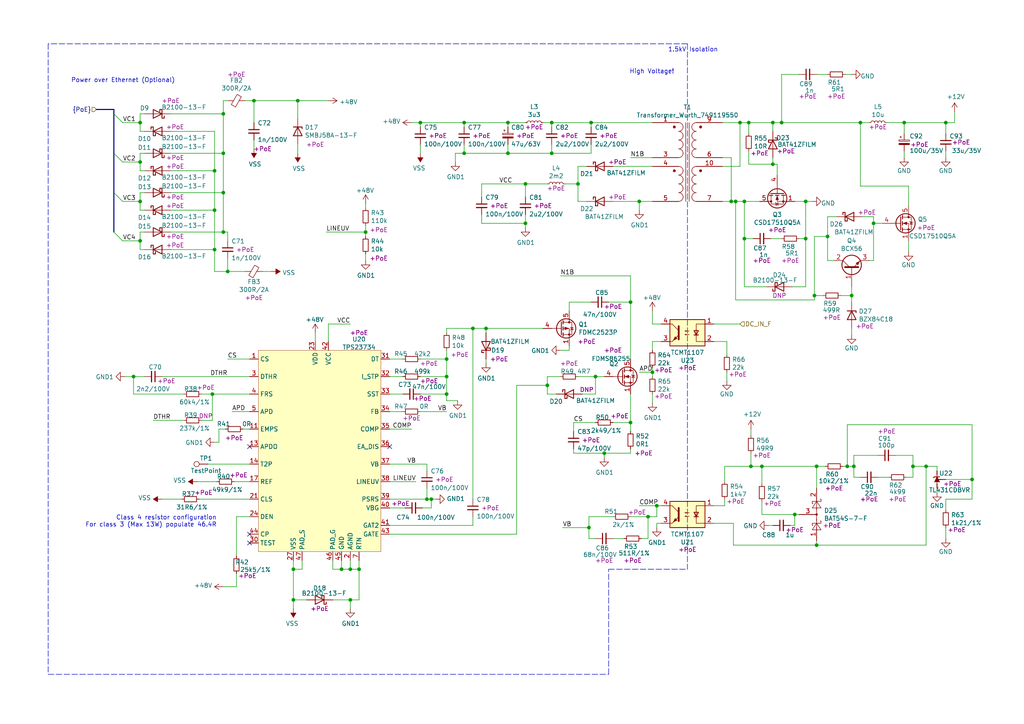
<source format=kicad_sch>
(kicad_sch (version 20210126) (generator eeschema)
  (paper "A4")
  (title_block (title "Power over Ethernet") (date "2021-01-12") (rev "0.1") (company "Nabu Casa") (comment 1 "www.nabucasa.com") (comment 2 "Light Blue"))
  (junction (at 38.735 109.22) (diameter 0.9144))
  (junction (at 40.64 35.56) (diameter 0.9144))
  (junction (at 40.64 46.99) (diameter 0.9144))
  (junction (at 40.64 58.42) (diameter 0.9144))
  (junction (at 40.64 69.85) (diameter 0.9144))
  (junction (at 61.595 114.3) (diameter 0.9144))
  (junction (at 62.23 49.53) (diameter 0.9144))
  (junction (at 62.23 60.96) (diameter 0.9144))
  (junction (at 62.23 72.39) (diameter 0.9144))
  (junction (at 64.77 33.02) (diameter 0.9144))
  (junction (at 64.77 44.45) (diameter 0.9144))
  (junction (at 64.77 55.88) (diameter 0.9144))
  (junction (at 64.77 67.31) (diameter 0.9144))
  (junction (at 66.04 78.74) (diameter 0.9144))
  (junction (at 73.66 29.21) (diameter 0.9144))
  (junction (at 85.09 165.1) (diameter 0.9144))
  (junction (at 85.09 173.99) (diameter 0.9144))
  (junction (at 86.36 29.21) (diameter 0.9144))
  (junction (at 99.06 165.1) (diameter 0.9144))
  (junction (at 101.6 165.1) (diameter 0.9144))
  (junction (at 101.6 173.99) (diameter 0.9144))
  (junction (at 104.14 165.1) (diameter 0.9144))
  (junction (at 106.045 67.31) (diameter 0.9144))
  (junction (at 121.92 35.56) (diameter 0.9144))
  (junction (at 123.825 144.78) (diameter 0.9144))
  (junction (at 125.095 144.78) (diameter 0.9144))
  (junction (at 129.54 104.14) (diameter 0.9144))
  (junction (at 129.54 109.22) (diameter 0.9144))
  (junction (at 129.54 114.3) (diameter 0.9144))
  (junction (at 134.62 35.56) (diameter 0.9144))
  (junction (at 134.62 44.45) (diameter 0.9144))
  (junction (at 137.16 95.25) (diameter 0.9144))
  (junction (at 140.97 95.25) (diameter 0.9144))
  (junction (at 147.32 35.56) (diameter 0.9144))
  (junction (at 147.32 44.45) (diameter 0.9144))
  (junction (at 152.4 53.34) (diameter 0.9144))
  (junction (at 152.4 64.77) (diameter 0.9144))
  (junction (at 158.75 111.76) (diameter 0.9144))
  (junction (at 160.02 35.56) (diameter 0.9144))
  (junction (at 160.02 44.45) (diameter 0.9144))
  (junction (at 167.64 53.34) (diameter 0.9144))
  (junction (at 170.815 153.035) (diameter 0.9144))
  (junction (at 171.45 35.56) (diameter 0.9144))
  (junction (at 172.72 109.22) (diameter 0.9144))
  (junction (at 175.26 131.445) (diameter 0.9144))
  (junction (at 182.88 87.63) (diameter 0.9144))
  (junction (at 182.88 122.555) (diameter 0.9144))
  (junction (at 185.42 58.42) (diameter 0.9144))
  (junction (at 187.96 149.86) (diameter 0.9144))
  (junction (at 189.23 107.95) (diameter 0.9144))
  (junction (at 190.5 146.685) (diameter 0.9144))
  (junction (at 212.09 58.42) (diameter 0.9144))
  (junction (at 213.36 58.42) (diameter 0.9144))
  (junction (at 214.63 35.56) (diameter 0.9144))
  (junction (at 215.9 58.42) (diameter 0.9144))
  (junction (at 215.9 69.215) (diameter 0.9144))
  (junction (at 217.17 35.56) (diameter 0.9144))
  (junction (at 217.805 135.255) (diameter 0.9144))
  (junction (at 220.98 135.255) (diameter 0.9144))
  (junction (at 224.155 35.56) (diameter 0.9144))
  (junction (at 224.155 47.625) (diameter 0.9144))
  (junction (at 226.695 35.56) (diameter 0.9144))
  (junction (at 230.505 149.225) (diameter 0.9144))
  (junction (at 233.68 58.42) (diameter 0.9144))
  (junction (at 233.68 69.215) (diameter 0.9144))
  (junction (at 236.22 85.725) (diameter 0.9144))
  (junction (at 236.855 135.255) (diameter 0.9144))
  (junction (at 236.855 158.115) (diameter 0.9144))
  (junction (at 240.03 68.58) (diameter 0.9144))
  (junction (at 245.745 135.255) (diameter 0.9144))
  (junction (at 247.015 85.725) (diameter 0.9144))
  (junction (at 247.65 135.255) (diameter 0.9144))
  (junction (at 249.555 35.56) (diameter 0.9144))
  (junction (at 253.365 64.77) (diameter 0.9144))
  (junction (at 262.255 35.56) (diameter 0.9144))
  (junction (at 264.795 135.255) (diameter 0.9144))
  (junction (at 268.605 135.255) (diameter 0.9144))
  (junction (at 274.32 35.56) (diameter 0.9144))
  (junction (at 281.94 139.065) (diameter 0.9144))
  (no_connect (at 72.39 129.54))
  (no_connect (at 72.39 154.94))
  (no_connect (at 72.39 157.48))
  (no_connect (at 113.03 129.54))
  (bus_entry (at 33.02 33.02) (size 2.54 2.54) (stroke (width 0.1524)))
  (bus_entry (at 33.02 44.45) (size 2.54 2.54) (stroke (width 0.1524)))
  (bus_entry (at 33.02 55.88) (size 2.54 2.54) (stroke (width 0.1524)))
  (bus_entry (at 33.02 67.31) (size 2.54 2.54) (stroke (width 0.1524)))
  (wire (pts (xy 35.56 35.56) (xy 40.64 35.56)))
  (wire (pts (xy 35.56 46.99) (xy 40.64 46.99)))
  (wire (pts (xy 35.56 58.42) (xy 40.64 58.42)))
  (wire (pts (xy 35.56 69.85) (xy 40.64 69.85)))
  (wire (pts (xy 36.195 109.22) (xy 38.735 109.22)))
  (wire (pts (xy 38.735 109.22) (xy 41.91 109.22)))
  (wire (pts (xy 38.735 114.3) (xy 38.735 109.22)))
  (wire (pts (xy 40.64 33.02) (xy 40.64 35.56)))
  (wire (pts (xy 40.64 38.1) (xy 40.64 35.56)))
  (wire (pts (xy 40.64 44.45) (xy 40.64 46.99)))
  (wire (pts (xy 40.64 49.53) (xy 40.64 46.99)))
  (wire (pts (xy 40.64 55.88) (xy 40.64 58.42)))
  (wire (pts (xy 40.64 60.96) (xy 40.64 58.42)))
  (wire (pts (xy 40.64 67.31) (xy 40.64 69.85)))
  (wire (pts (xy 40.64 72.39) (xy 40.64 69.85)))
  (wire (pts (xy 41.91 33.02) (xy 40.64 33.02)))
  (wire (pts (xy 41.91 38.1) (xy 40.64 38.1)))
  (wire (pts (xy 41.91 44.45) (xy 40.64 44.45)))
  (wire (pts (xy 41.91 49.53) (xy 40.64 49.53)))
  (wire (pts (xy 41.91 55.88) (xy 40.64 55.88)))
  (wire (pts (xy 41.91 60.96) (xy 40.64 60.96)))
  (wire (pts (xy 41.91 67.31) (xy 40.64 67.31)))
  (wire (pts (xy 41.91 72.39) (xy 40.64 72.39)))
  (wire (pts (xy 44.45 121.92) (xy 53.34 121.92)))
  (wire (pts (xy 46.99 109.22) (xy 72.39 109.22)))
  (wire (pts (xy 46.99 144.78) (xy 52.705 144.78)))
  (wire (pts (xy 49.53 33.02) (xy 64.77 33.02)))
  (wire (pts (xy 49.53 38.1) (xy 62.23 38.1)))
  (wire (pts (xy 49.53 44.45) (xy 64.77 44.45)))
  (wire (pts (xy 49.53 49.53) (xy 62.23 49.53)))
  (wire (pts (xy 49.53 55.88) (xy 64.77 55.88)))
  (wire (pts (xy 49.53 60.96) (xy 62.23 60.96)))
  (wire (pts (xy 49.53 67.31) (xy 64.77 67.31)))
  (wire (pts (xy 49.53 72.39) (xy 62.23 72.39)))
  (wire (pts (xy 53.34 114.3) (xy 38.735 114.3)))
  (wire (pts (xy 57.15 139.7) (xy 62.865 139.7)))
  (wire (pts (xy 57.785 144.78) (xy 72.39 144.78)))
  (wire (pts (xy 58.42 114.3) (xy 61.595 114.3)))
  (wire (pts (xy 58.42 121.92) (xy 61.595 121.92)))
  (wire (pts (xy 60.325 134.62) (xy 72.39 134.62)))
  (wire (pts (xy 61.595 114.3) (xy 72.39 114.3)))
  (wire (pts (xy 61.595 121.92) (xy 61.595 114.3)))
  (wire (pts (xy 62.23 38.1) (xy 62.23 49.53)))
  (wire (pts (xy 62.23 49.53) (xy 62.23 60.96)))
  (wire (pts (xy 62.23 60.96) (xy 62.23 72.39)))
  (wire (pts (xy 62.23 72.39) (xy 62.23 78.74)))
  (wire (pts (xy 62.23 78.74) (xy 66.04 78.74)))
  (wire (pts (xy 63.5 124.46) (xy 63.5 128.27)))
  (wire (pts (xy 63.5 124.46) (xy 65.405 124.46)))
  (wire (pts (xy 63.5 128.27) (xy 62.23 128.27)))
  (wire (pts (xy 64.77 29.21) (xy 64.77 33.02)))
  (wire (pts (xy 64.77 29.21) (xy 66.04 29.21)))
  (wire (pts (xy 64.77 33.02) (xy 64.77 44.45)))
  (wire (pts (xy 64.77 44.45) (xy 64.77 55.88)))
  (wire (pts (xy 64.77 55.88) (xy 64.77 67.31)))
  (wire (pts (xy 64.77 67.31) (xy 66.04 67.31)))
  (wire (pts (xy 66.04 67.31) (xy 66.04 69.85)))
  (wire (pts (xy 66.04 74.93) (xy 66.04 78.74)))
  (wire (pts (xy 66.04 78.74) (xy 71.12 78.74)))
  (wire (pts (xy 66.04 104.14) (xy 72.39 104.14)))
  (wire (pts (xy 67.31 119.38) (xy 72.39 119.38)))
  (wire (pts (xy 67.945 139.7) (xy 72.39 139.7)))
  (wire (pts (xy 68.58 149.86) (xy 68.58 161.29)))
  (wire (pts (xy 68.58 166.37) (xy 68.58 170.18)))
  (wire (pts (xy 68.58 170.18) (xy 64.77 170.18)))
  (wire (pts (xy 70.485 124.46) (xy 72.39 124.46)))
  (wire (pts (xy 71.12 29.21) (xy 73.66 29.21)))
  (wire (pts (xy 72.39 149.86) (xy 68.58 149.86)))
  (wire (pts (xy 73.66 29.21) (xy 73.66 35.56)))
  (wire (pts (xy 73.66 29.21) (xy 86.36 29.21)))
  (wire (pts (xy 73.66 40.64) (xy 73.66 43.18)))
  (wire (pts (xy 76.2 78.74) (xy 78.74 78.74)))
  (wire (pts (xy 85.09 165.1) (xy 85.09 162.56)))
  (wire (pts (xy 85.09 165.1) (xy 85.09 173.99)))
  (wire (pts (xy 85.09 173.99) (xy 85.09 176.53)))
  (wire (pts (xy 85.09 173.99) (xy 88.9 173.99)))
  (wire (pts (xy 86.36 29.21) (xy 95.25 29.21)))
  (wire (pts (xy 86.36 34.29) (xy 86.36 29.21)))
  (wire (pts (xy 86.36 41.91) (xy 86.36 44.45)))
  (wire (pts (xy 87.63 162.56) (xy 87.63 165.1)))
  (wire (pts (xy 87.63 165.1) (xy 85.09 165.1)))
  (wire (pts (xy 91.44 96.52) (xy 91.44 99.06)))
  (wire (pts (xy 94.615 67.31) (xy 106.045 67.31)))
  (wire (pts (xy 95.25 93.98) (xy 101.6 93.98)))
  (wire (pts (xy 95.25 99.06) (xy 95.25 93.98)))
  (wire (pts (xy 96.52 162.56) (xy 96.52 165.1)))
  (wire (pts (xy 96.52 165.1) (xy 99.06 165.1)))
  (wire (pts (xy 96.52 173.99) (xy 101.6 173.99)))
  (wire (pts (xy 99.06 162.56) (xy 99.06 165.1)))
  (wire (pts (xy 99.06 165.1) (xy 101.6 165.1)))
  (wire (pts (xy 101.6 162.56) (xy 101.6 165.1)))
  (wire (pts (xy 101.6 165.1) (xy 104.14 165.1)))
  (wire (pts (xy 101.6 173.99) (xy 101.6 176.53)))
  (wire (pts (xy 104.14 165.1) (xy 104.14 162.56)))
  (wire (pts (xy 104.14 165.1) (xy 104.14 173.99)))
  (wire (pts (xy 104.14 173.99) (xy 101.6 173.99)))
  (wire (pts (xy 106.045 59.055) (xy 106.045 60.325)))
  (wire (pts (xy 106.045 65.405) (xy 106.045 67.31)))
  (wire (pts (xy 106.045 67.31) (xy 106.045 68.58)))
  (wire (pts (xy 106.045 73.66) (xy 106.045 75.565)))
  (wire (pts (xy 113.03 104.14) (xy 116.84 104.14)))
  (wire (pts (xy 113.03 109.22) (xy 116.84 109.22)))
  (wire (pts (xy 113.03 114.3) (xy 116.84 114.3)))
  (wire (pts (xy 113.03 119.38) (xy 116.84 119.38)))
  (wire (pts (xy 113.03 124.46) (xy 119.38 124.46)))
  (wire (pts (xy 113.03 134.62) (xy 123.825 134.62)))
  (wire (pts (xy 113.03 139.7) (xy 120.65 139.7)))
  (wire (pts (xy 113.03 144.78) (xy 123.825 144.78)))
  (wire (pts (xy 113.03 147.32) (xy 117.475 147.32)))
  (wire (pts (xy 113.03 152.4) (xy 137.16 152.4)))
  (wire (pts (xy 113.03 154.94) (xy 149.86 154.94)))
  (wire (pts (xy 119.38 35.56) (xy 121.92 35.56)))
  (wire (pts (xy 121.92 35.56) (xy 121.92 36.83)))
  (wire (pts (xy 121.92 35.56) (xy 134.62 35.56)))
  (wire (pts (xy 121.92 41.91) (xy 121.92 44.45)))
  (wire (pts (xy 121.92 104.14) (xy 129.54 104.14)))
  (wire (pts (xy 121.92 109.22) (xy 129.54 109.22)))
  (wire (pts (xy 121.92 114.3) (xy 129.54 114.3)))
  (wire (pts (xy 121.92 119.38) (xy 129.54 119.38)))
  (wire (pts (xy 122.555 147.32) (xy 125.095 147.32)))
  (wire (pts (xy 123.825 134.62) (xy 123.825 136.525)))
  (wire (pts (xy 123.825 141.605) (xy 123.825 144.78)))
  (wire (pts (xy 123.825 144.78) (xy 125.095 144.78)))
  (wire (pts (xy 125.095 144.78) (xy 126.365 144.78)))
  (wire (pts (xy 125.095 147.32) (xy 125.095 144.78)))
  (wire (pts (xy 129.54 95.25) (xy 129.54 96.52)))
  (wire (pts (xy 129.54 101.6) (xy 129.54 104.14)))
  (wire (pts (xy 129.54 104.14) (xy 129.54 109.22)))
  (wire (pts (xy 129.54 109.22) (xy 129.54 114.3)))
  (wire (pts (xy 129.54 116.205) (xy 129.54 114.3)))
  (wire (pts (xy 132.08 44.45) (xy 132.08 46.99)))
  (wire (pts (xy 132.715 116.205) (xy 129.54 116.205)))
  (wire (pts (xy 134.62 35.56) (xy 134.62 36.83)))
  (wire (pts (xy 134.62 35.56) (xy 147.32 35.56)))
  (wire (pts (xy 134.62 41.91) (xy 134.62 44.45)))
  (wire (pts (xy 134.62 44.45) (xy 132.08 44.45)))
  (wire (pts (xy 134.62 44.45) (xy 147.32 44.45)))
  (wire (pts (xy 137.16 95.25) (xy 129.54 95.25)))
  (wire (pts (xy 137.16 95.25) (xy 137.16 144.78)))
  (wire (pts (xy 137.16 152.4) (xy 137.16 149.86)))
  (wire (pts (xy 139.7 53.34) (xy 139.7 57.15)))
  (wire (pts (xy 139.7 53.34) (xy 152.4 53.34)))
  (wire (pts (xy 139.7 62.23) (xy 139.7 64.77)))
  (wire (pts (xy 139.7 64.77) (xy 152.4 64.77)))
  (wire (pts (xy 140.97 95.25) (xy 137.16 95.25)))
  (wire (pts (xy 140.97 95.25) (xy 140.97 96.52)))
  (wire (pts (xy 140.97 104.14) (xy 140.97 105.41)))
  (wire (pts (xy 147.32 35.56) (xy 147.32 36.83)))
  (wire (pts (xy 147.32 35.56) (xy 152.4 35.56)))
  (wire (pts (xy 147.32 41.91) (xy 147.32 44.45)))
  (wire (pts (xy 147.32 44.45) (xy 160.02 44.45)))
  (wire (pts (xy 149.86 111.76) (xy 158.75 111.76)))
  (wire (pts (xy 149.86 154.94) (xy 149.86 111.76)))
  (wire (pts (xy 152.4 53.34) (xy 152.4 57.15)))
  (wire (pts (xy 152.4 62.23) (xy 152.4 64.77)))
  (wire (pts (xy 152.4 64.77) (xy 152.4 66.04)))
  (wire (pts (xy 157.48 35.56) (xy 160.02 35.56)))
  (wire (pts (xy 157.48 95.25) (xy 140.97 95.25)))
  (wire (pts (xy 158.75 53.34) (xy 152.4 53.34)))
  (wire (pts (xy 158.75 109.22) (xy 162.56 109.22)))
  (wire (pts (xy 158.75 111.76) (xy 158.75 109.22)))
  (wire (pts (xy 158.75 114.3) (xy 158.75 111.76)))
  (wire (pts (xy 160.02 35.56) (xy 160.02 36.83)))
  (wire (pts (xy 160.02 35.56) (xy 171.45 35.56)))
  (wire (pts (xy 160.02 41.91) (xy 160.02 44.45)))
  (wire (pts (xy 160.02 44.45) (xy 171.45 44.45)))
  (wire (pts (xy 161.29 114.3) (xy 158.75 114.3)))
  (wire (pts (xy 162.56 80.01) (xy 182.88 80.01)))
  (wire (pts (xy 163.195 153.035) (xy 170.815 153.035)))
  (wire (pts (xy 163.83 53.34) (xy 167.64 53.34)))
  (wire (pts (xy 165.1 87.63) (xy 165.1 90.17)))
  (wire (pts (xy 165.1 100.33) (xy 165.1 101.6)))
  (wire (pts (xy 165.1 101.6) (xy 162.56 101.6)))
  (wire (pts (xy 166.37 122.555) (xy 166.37 125.095)))
  (wire (pts (xy 166.37 131.445) (xy 166.37 130.175)))
  (wire (pts (xy 167.64 48.26) (xy 167.64 53.34)))
  (wire (pts (xy 167.64 53.34) (xy 167.64 58.42)))
  (wire (pts (xy 167.64 58.42) (xy 170.18 58.42)))
  (wire (pts (xy 168.91 114.3) (xy 172.72 114.3)))
  (wire (pts (xy 170.18 48.26) (xy 167.64 48.26)))
  (wire (pts (xy 170.815 149.86) (xy 170.815 153.035)))
  (wire (pts (xy 170.815 156.21) (xy 170.815 153.035)))
  (wire (pts (xy 171.45 35.56) (xy 171.45 36.83)))
  (wire (pts (xy 171.45 35.56) (xy 189.23 35.56)))
  (wire (pts (xy 171.45 41.91) (xy 171.45 44.45)))
  (wire (pts (xy 171.45 87.63) (xy 165.1 87.63)))
  (wire (pts (xy 172.72 109.22) (xy 167.64 109.22)))
  (wire (pts (xy 172.72 109.22) (xy 175.26 109.22)))
  (wire (pts (xy 172.72 114.3) (xy 172.72 109.22)))
  (wire (pts (xy 172.72 122.555) (xy 166.37 122.555)))
  (wire (pts (xy 172.72 156.21) (xy 170.815 156.21)))
  (wire (pts (xy 175.26 131.445) (xy 166.37 131.445)))
  (wire (pts (xy 175.26 131.445) (xy 175.26 132.715)))
  (wire (pts (xy 176.53 87.63) (xy 182.88 87.63)))
  (wire (pts (xy 177.8 48.26) (xy 189.23 48.26)))
  (wire (pts (xy 177.8 58.42) (xy 185.42 58.42)))
  (wire (pts (xy 177.8 122.555) (xy 182.88 122.555)))
  (wire (pts (xy 177.8 149.86) (xy 170.815 149.86)))
  (wire (pts (xy 177.8 156.21) (xy 180.975 156.21)))
  (wire (pts (xy 182.88 45.72) (xy 189.23 45.72)))
  (wire (pts (xy 182.88 87.63) (xy 182.88 80.01)))
  (wire (pts (xy 182.88 104.14) (xy 182.88 87.63)))
  (wire (pts (xy 182.88 114.3) (xy 182.88 122.555)))
  (wire (pts (xy 182.88 122.555) (xy 182.88 125.095)))
  (wire (pts (xy 182.88 130.175) (xy 182.88 131.445)))
  (wire (pts (xy 182.88 131.445) (xy 175.26 131.445)))
  (wire (pts (xy 182.88 149.86) (xy 187.96 149.86)))
  (wire (pts (xy 185.42 58.42) (xy 185.42 60.96)))
  (wire (pts (xy 185.42 58.42) (xy 189.23 58.42)))
  (wire (pts (xy 185.42 107.95) (xy 189.23 107.95)))
  (wire (pts (xy 186.055 156.21) (xy 187.96 156.21)))
  (wire (pts (xy 187.96 149.86) (xy 190.5 149.86)))
  (wire (pts (xy 187.96 156.21) (xy 187.96 149.86)))
  (wire (pts (xy 189.23 93.98) (xy 189.23 90.17)))
  (wire (pts (xy 189.23 99.06) (xy 189.23 101.6)))
  (wire (pts (xy 189.23 106.68) (xy 189.23 107.95)))
  (wire (pts (xy 189.23 107.95) (xy 189.23 109.22)))
  (wire (pts (xy 189.23 114.3) (xy 189.23 116.84)))
  (wire (pts (xy 190.5 146.685) (xy 185.42 146.685)))
  (wire (pts (xy 190.5 149.86) (xy 190.5 146.685)))
  (wire (pts (xy 190.5 151.765) (xy 190.5 153.035)))
  (wire (pts (xy 191.77 93.98) (xy 189.23 93.98)))
  (wire (pts (xy 191.77 99.06) (xy 189.23 99.06)))
  (wire (pts (xy 191.77 146.685) (xy 190.5 146.685)))
  (wire (pts (xy 191.77 151.765) (xy 190.5 151.765)))
  (wire (pts (xy 207.01 93.98) (xy 214.63 93.98)))
  (wire (pts (xy 207.01 99.06) (xy 210.82 99.06)))
  (wire (pts (xy 207.01 146.685) (xy 210.185 146.685)))
  (wire (pts (xy 209.55 35.56) (xy 214.63 35.56)))
  (wire (pts (xy 209.55 45.72) (xy 212.09 45.72)))
  (wire (pts (xy 210.185 135.255) (xy 217.805 135.255)))
  (wire (pts (xy 210.185 139.7) (xy 210.185 135.255)))
  (wire (pts (xy 210.185 146.685) (xy 210.185 144.78)))
  (wire (pts (xy 210.82 99.06) (xy 210.82 102.87)))
  (wire (pts (xy 210.82 107.95) (xy 210.82 110.49)))
  (wire (pts (xy 212.09 45.72) (xy 212.09 58.42)))
  (wire (pts (xy 212.09 58.42) (xy 209.55 58.42)))
  (wire (pts (xy 212.09 58.42) (xy 213.36 58.42)))
  (wire (pts (xy 212.725 151.765) (xy 207.01 151.765)))
  (wire (pts (xy 212.725 151.765) (xy 212.725 158.115)))
  (wire (pts (xy 212.725 158.115) (xy 236.855 158.115)))
  (wire (pts (xy 213.36 58.42) (xy 213.36 86.995)))
  (wire (pts (xy 213.36 58.42) (xy 215.9 58.42)))
  (wire (pts (xy 213.36 86.995) (xy 236.22 86.995)))
  (wire (pts (xy 214.63 35.56) (xy 214.63 48.26)))
  (wire (pts (xy 214.63 35.56) (xy 217.17 35.56)))
  (wire (pts (xy 214.63 48.26) (xy 209.55 48.26)))
  (wire (pts (xy 215.9 58.42) (xy 220.345 58.42)))
  (wire (pts (xy 215.9 69.215) (xy 215.9 58.42)))
  (wire (pts (xy 215.9 69.215) (xy 218.44 69.215)))
  (wire (pts (xy 215.9 83.185) (xy 215.9 69.215)))
  (wire (pts (xy 217.17 35.56) (xy 217.17 38.735)))
  (wire (pts (xy 217.17 35.56) (xy 224.155 35.56)))
  (wire (pts (xy 217.17 47.625) (xy 217.17 43.815)))
  (wire (pts (xy 217.805 124.46) (xy 217.805 126.365)))
  (wire (pts (xy 217.805 131.445) (xy 217.805 135.255)))
  (wire (pts (xy 220.98 135.255) (xy 217.805 135.255)))
  (wire (pts (xy 220.98 135.255) (xy 236.855 135.255)))
  (wire (pts (xy 220.98 140.335) (xy 220.98 135.255)))
  (wire (pts (xy 220.98 149.225) (xy 220.98 145.415)))
  (wire (pts (xy 222.25 83.185) (xy 215.9 83.185)))
  (wire (pts (xy 222.885 152.4) (xy 224.155 152.4)))
  (wire (pts (xy 223.52 69.215) (xy 226.695 69.215)))
  (wire (pts (xy 224.155 35.56) (xy 224.155 38.1)))
  (wire (pts (xy 224.155 35.56) (xy 226.695 35.56)))
  (wire (pts (xy 224.155 45.72) (xy 224.155 47.625)))
  (wire (pts (xy 224.155 47.625) (xy 217.17 47.625)))
  (wire (pts (xy 225.425 47.625) (xy 224.155 47.625)))
  (wire (pts (xy 225.425 50.8) (xy 225.425 47.625)))
  (wire (pts (xy 226.695 21.59) (xy 226.695 35.56)))
  (wire (pts (xy 226.695 35.56) (xy 249.555 35.56)))
  (wire (pts (xy 229.235 152.4) (xy 230.505 152.4)))
  (wire (pts (xy 230.505 58.42) (xy 233.68 58.42)))
  (wire (pts (xy 230.505 149.225) (xy 220.98 149.225)))
  (wire (pts (xy 230.505 152.4) (xy 230.505 149.225)))
  (wire (pts (xy 231.775 21.59) (xy 226.695 21.59)))
  (wire (pts (xy 231.775 69.215) (xy 233.68 69.215)))
  (wire (pts (xy 231.775 149.225) (xy 230.505 149.225)))
  (wire (pts (xy 233.68 58.42) (xy 233.68 69.215)))
  (wire (pts (xy 233.68 58.42) (xy 235.585 58.42)))
  (wire (pts (xy 233.68 69.215) (xy 233.68 83.185)))
  (wire (pts (xy 233.68 83.185) (xy 229.87 83.185)))
  (wire (pts (xy 236.22 68.58) (xy 240.03 68.58)))
  (wire (pts (xy 236.22 85.725) (xy 236.22 68.58)))
  (wire (pts (xy 236.22 85.725) (xy 238.76 85.725)))
  (wire (pts (xy 236.22 86.995) (xy 236.22 85.725)))
  (wire (pts (xy 236.855 21.59) (xy 240.03 21.59)))
  (wire (pts (xy 236.855 135.255) (xy 236.855 141.605)))
  (wire (pts (xy 236.855 135.255) (xy 239.395 135.255)))
  (wire (pts (xy 236.855 156.845) (xy 236.855 158.115)))
  (wire (pts (xy 236.855 158.115) (xy 268.605 158.115)))
  (wire (pts (xy 240.03 62.865) (xy 240.03 68.58)))
  (wire (pts (xy 240.03 68.58) (xy 240.03 75.565)))
  (wire (pts (xy 240.03 75.565) (xy 241.935 75.565)))
  (wire (pts (xy 242.57 62.865) (xy 240.03 62.865)))
  (wire (pts (xy 243.84 85.725) (xy 247.015 85.725)))
  (wire (pts (xy 244.475 135.255) (xy 245.745 135.255)))
  (wire (pts (xy 245.11 21.59) (xy 247.015 21.59)))
  (wire (pts (xy 245.745 123.19) (xy 245.745 135.255)))
  (wire (pts (xy 245.745 135.255) (xy 247.65 135.255)))
  (wire (pts (xy 247.015 83.185) (xy 247.015 85.725)))
  (wire (pts (xy 247.015 85.725) (xy 247.015 87.63)))
  (wire (pts (xy 247.015 95.25) (xy 247.015 97.155)))
  (wire (pts (xy 247.65 132.08) (xy 247.65 135.255)))
  (wire (pts (xy 247.65 135.255) (xy 247.65 138.43)))
  (wire (pts (xy 249.555 35.56) (xy 252.095 35.56)))
  (wire (pts (xy 249.555 53.975) (xy 249.555 35.56)))
  (wire (pts (xy 249.555 138.43) (xy 247.65 138.43)))
  (wire (pts (xy 250.19 62.865) (xy 253.365 62.865)))
  (wire (pts (xy 253.365 62.865) (xy 253.365 64.77)))
  (wire (pts (xy 253.365 64.77) (xy 253.365 75.565)))
  (wire (pts (xy 253.365 64.77) (xy 255.905 64.77)))
  (wire (pts (xy 253.365 75.565) (xy 252.095 75.565)))
  (wire (pts (xy 254.635 132.08) (xy 247.65 132.08)))
  (wire (pts (xy 254.635 138.43) (xy 257.81 138.43)))
  (wire (pts (xy 257.175 35.56) (xy 262.255 35.56)))
  (wire (pts (xy 259.715 132.08) (xy 264.795 132.08)))
  (wire (pts (xy 262.255 35.56) (xy 262.255 38.735)))
  (wire (pts (xy 262.255 35.56) (xy 274.32 35.56)))
  (wire (pts (xy 262.255 43.815) (xy 262.255 45.72)))
  (wire (pts (xy 262.89 138.43) (xy 264.795 138.43)))
  (wire (pts (xy 263.525 53.975) (xy 249.555 53.975)))
  (wire (pts (xy 263.525 59.69) (xy 263.525 53.975)))
  (wire (pts (xy 263.525 69.85) (xy 263.525 73.025)))
  (wire (pts (xy 264.795 135.255) (xy 264.795 132.08)))
  (wire (pts (xy 264.795 135.255) (xy 268.605 135.255)))
  (wire (pts (xy 264.795 138.43) (xy 264.795 135.255)))
  (wire (pts (xy 268.605 135.255) (xy 268.605 158.115)))
  (wire (pts (xy 271.78 135.255) (xy 268.605 135.255)))
  (wire (pts (xy 271.78 136.525) (xy 271.78 135.255)))
  (wire (pts (xy 271.78 141.605) (xy 271.78 142.875)))
  (wire (pts (xy 274.32 35.56) (xy 274.32 38.735)))
  (wire (pts (xy 274.32 35.56) (xy 276.86 35.56)))
  (wire (pts (xy 274.32 43.815) (xy 274.32 45.72)))
  (wire (pts (xy 274.32 139.065) (xy 281.94 139.065)))
  (wire (pts (xy 274.32 144.78) (xy 274.32 147.955)))
  (wire (pts (xy 274.32 153.035) (xy 274.32 156.21)))
  (wire (pts (xy 276.86 35.56) (xy 276.86 32.385)))
  (wire (pts (xy 281.94 123.19) (xy 245.745 123.19)))
  (wire (pts (xy 281.94 139.065) (xy 281.94 123.19)))
  (wire (pts (xy 281.94 139.065) (xy 281.94 144.78)))
  (wire (pts (xy 281.94 144.78) (xy 274.32 144.78)))
  (bus (pts (xy 27.94 31.75) (xy 33.02 31.75)))
  (bus (pts (xy 33.02 31.75) (xy 33.02 33.02)))
  (bus (pts (xy 33.02 33.02) (xy 33.02 44.45)))
  (bus (pts (xy 33.02 44.45) (xy 33.02 55.88)))
  (bus (pts (xy 33.02 55.88) (xy 33.02 67.31)))
  (polyline (pts (xy 13.97 12.7) (xy 13.97 195.58)) (stroke (width 0) (type dash)))
  (polyline (pts (xy 13.97 195.58) (xy 176.53 195.58)) (stroke (width 0) (type dash)))
  (polyline (pts (xy 176.53 165.1) (xy 199.39 165.1)) (stroke (width 0) (type dash)))
  (polyline (pts (xy 176.53 195.58) (xy 176.53 165.1)) (stroke (width 0) (type dash)))
  (polyline (pts (xy 199.39 12.7) (xy 13.97 12.7)) (stroke (width 0) (type dash)))
  (polyline (pts (xy 199.39 12.7) (xy 199.39 165.1)) (stroke (width 0) (type dash)))
  (text "Power over Ethernet (Optional)" (at 50.8 24.13 180) (effects (font (size 1.27 1.27)) (justify right bottom)))
  (text "Class 4 resistor configuration\nFor class 3 (Max 13W) populate 46.4R" (at 62.865 153.035 0) (effects (font (size 1.27 1.27)) (justify right bottom)))
  (text "High Voltage!" (at 195.58 21.59 180) (effects (font (size 1.27 1.27)) (justify right bottom)))
  (text "1.5kV Isolation" (at 208.28 15.24 180) (effects (font (size 1.27 1.27)) (justify right bottom)))
  (label "VC1" (at 39.37 35.56 180))
  (label "VC2" (at 39.37 46.99 180))
  (label "VC3" (at 39.37 58.42 180))
  (label "VC4" (at 39.37 69.85 180))
  (label "DTHR" (at 44.45 121.92 0))
  (label "DTHR" (at 60.96 109.22 0))
  (label "CS" (at 66.04 104.14 0))
  (label "APD" (at 67.31 119.38 0))
  (label "LINEUV" (at 94.615 67.31 0))
  (label "VCC" (at 101.6 93.98 180))
  (label "COMP" (at 119.38 124.46 180))
  (label "VB" (at 120.65 134.62 180))
  (label "LINEUV" (at 120.65 139.7 180))
  (label "VB" (at 129.54 119.38 180))
  (label "VCC" (at 144.78 53.34 0))
  (label "N1B" (at 162.56 80.01 0))
  (label "VB" (at 163.195 153.035 0))
  (label "CS" (at 166.37 122.555 0))
  (label "N1B" (at 182.88 45.72 0))
  (label "APD" (at 185.42 107.95 0))
  (label "COMP" (at 185.42 146.685 0))
  (hierarchical_label "{PoE}" (shape input) (at 27.94 31.75 180))
  (hierarchical_label "DC_IN_F" (shape input) (at 214.63 93.98 0))
  (symbol (lib_id "Device:L_Small") (at 154.94 35.56 90) (unit 1)
    (property "Reference" "L3" (at 154.94 30.9688 90))
    (property "Value" "3u3" (at 154.94 33.267 90))
    (property "Footprint" "Inductor_SMD:L_Bourns_SRN6045TA" (effects hide))
    (property "Config" "+PoE" (at 154.94 36.83 90))
    (property "Manufacturer" "Bourns" (effects hide))
    (property "PartNumber" "SRN6045TA-3R3Y" (effects hide))
  )
  (symbol (lib_id "Device:L_Small") (at 161.29 53.34 90) (unit 1)
    (property "Reference" "L4" (at 161.29 48.7488 90))
    (property "Value" "2m2" (at 161.29 51.047 90))
    (property "Footprint" "LightBlue:L_Bourns-SDR1006" (effects hide))
    (property "Config" "+PoE" (at 161.29 54.61 90))
    (property "Manufacturer" "Bourns" (effects hide))
    (property "PartNumber" "SDR1006-222KL" (effects hide))
  )
  (symbol (lib_id "Device:L_Small") (at 254.635 35.56 90) (unit 1)
    (property "Reference" "L5" (at 254.635 30.9688 90))
    (property "Value" "10u" (at 254.635 33.267 90))
    (property "Footprint" "Inductor_SMD:L_Bourns_SRR1260" (effects hide))
    (property "Config" "+PoE" (at 254.635 36.83 90))
    (property "Manufacturer" "Bourns" (effects hide))
    (property "PartNumber" "SRR1260-100M" (effects hide))
  )
  (symbol (lib_id "Connector:TestPoint") (at 60.325 134.62 90) (unit 1)
    (property "Reference" "TP1" (at 59.7535 132.9498 90))
    (property "Value" "TestPoint" (at 59.7535 136.5185 90))
    (property "Footprint" "TestPoint:TestPoint_Pad_D1.0mm" (effects hide))
  )
  (symbol (lib_id "power:VSS") (at 46.99 144.78 90) (unit 1)
    (property "Reference" "#PWR0255" (effects hide))
    (property "Value" "VSS" (at 43.8149 144.4117 90) (effects (justify left)))
  )
  (symbol (lib_id "power:VSS") (at 57.15 139.7 90) (unit 1)
    (property "Reference" "#PWR0248" (effects hide))
    (property "Value" "VSS" (at 53.9749 139.3317 90) (effects (justify left)))
  )
  (symbol (lib_id "power:+48V") (at 64.77 170.18 90) (unit 1)
    (property "Reference" "#PWR0256" (effects hide))
    (property "Value" "+48V" (at 61.5949 169.8117 90) (effects (justify left)))
  )
  (symbol (lib_id "power:VSS") (at 73.66 43.18 180) (unit 1)
    (property "Reference" "#PWR0252" (effects hide))
    (property "Value" "VSS" (at 75.8317 47.6251 0) (effects (justify left)))
  )
  (symbol (lib_id "power:VSS") (at 78.74 78.74 270) (unit 1)
    (property "Reference" "#PWR0245" (effects hide))
    (property "Value" "VSS" (at 81.9151 79.1083 90) (effects (justify left)))
  )
  (symbol (lib_id "power:VSS") (at 85.09 176.53 180) (unit 1)
    (property "Reference" "#PWR0251" (effects hide))
    (property "Value" "VSS" (at 84.7217 180.8544 0))
  )
  (symbol (lib_id "power:VSS") (at 86.36 44.45 180) (unit 1)
    (property "Reference" "#PWR0177" (effects hide))
    (property "Value" "VSS" (at 88.5317 48.8951 0) (effects (justify left)))
  )
  (symbol (lib_id "power:+48V") (at 91.44 96.52 0) (unit 1)
    (property "Reference" "#PWR0253" (effects hide))
    (property "Value" "+48V" (at 88.6333 92.7099 0) (effects (justify left)))
  )
  (symbol (lib_id "power:+48V") (at 95.25 29.21 270) (unit 1)
    (property "Reference" "#PWR0246" (effects hide))
    (property "Value" "+48V" (at 98.4251 29.5783 90) (effects (justify left)))
  )
  (symbol (lib_id "power:+48V") (at 106.045 59.055 0) (unit 1)
    (property "Reference" "#PWR0260" (effects hide))
    (property "Value" "+48V" (at 103.2383 55.2449 0) (effects (justify left)))
  )
  (symbol (lib_id "power:+48V") (at 119.38 35.56 90) (unit 1)
    (property "Reference" "#PWR0244" (effects hide))
    (property "Value" "+48V" (at 116.2049 35.1917 90) (effects (justify left)))
  )
  (symbol (lib_id "power:VSS") (at 121.92 44.45 180) (unit 1)
    (property "Reference" "#PWR0259" (effects hide))
    (property "Value" "VSS" (at 121.5517 48.7744 0))
  )
  (symbol (lib_id "power:+48V") (at 189.23 90.17 0) (unit 1)
    (property "Reference" "#PWR01" (effects hide))
    (property "Value" "+48V" (at 186.4233 86.3599 0) (effects (justify left)))
  )
  (symbol (lib_id "power:+12V") (at 217.805 124.46 0) (unit 1)
    (property "Reference" "#PWR0268" (effects hide))
    (property "Value" "+12V" (at 218.1733 120.1356 0))
  )
  (symbol (lib_id "power:+12V") (at 276.86 32.385 0) (unit 1)
    (property "Reference" "#PWR0277" (effects hide))
    (property "Value" "+12V" (at 277.2283 28.0606 0))
  )
  (symbol (lib_id "power:GND1") (at 36.195 109.22 270) (unit 1)
    (property "Reference" "#PWR0247" (effects hide))
    (property "Value" "GND1" (at 33.0199 109.3343 90) (effects (justify right)))
  )
  (symbol (lib_id "power:GND1") (at 62.23 128.27 270) (unit 1)
    (property "Reference" "#PWR0249" (effects hide))
    (property "Value" "GND1" (at 59.0549 128.3843 90) (effects (justify right)))
  )
  (symbol (lib_id "power:GND1") (at 101.6 176.53 0) (unit 1)
    (property "Reference" "#PWR0250" (effects hide))
    (property "Value" "GND1" (at 101.7143 180.8544 0))
  )
  (symbol (lib_id "power:GND1") (at 106.045 75.565 0) (unit 1)
    (property "Reference" "#PWR0261" (effects hide))
    (property "Value" "GND1" (at 106.1593 79.8894 0))
  )
  (symbol (lib_id "power:GND1") (at 126.365 144.78 90) (unit 1)
    (property "Reference" "#PWR0257" (effects hide))
    (property "Value" "GND1" (at 129.5401 144.6657 90) (effects (justify right)))
  )
  (symbol (lib_id "power:GND1") (at 132.08 46.99 0) (unit 1)
    (property "Reference" "#PWR0258" (effects hide))
    (property "Value" "GND1" (at 132.1943 51.3144 0))
  )
  (symbol (lib_id "power:GND1") (at 132.715 116.205 0) (unit 1)
    (property "Reference" "#PWR0265" (effects hide))
    (property "Value" "GND1" (at 132.8293 120.5294 0))
  )
  (symbol (lib_id "power:GND1") (at 140.97 105.41 0) (unit 1)
    (property "Reference" "#PWR0263" (effects hide))
    (property "Value" "GND1" (at 141.0843 109.7344 0))
  )
  (symbol (lib_id "power:GND1") (at 152.4 66.04 0) (unit 1)
    (property "Reference" "#PWR0262" (effects hide))
    (property "Value" "GND1" (at 152.5143 70.3644 0))
  )
  (symbol (lib_id "power:GND1") (at 162.56 101.6 270) (unit 1)
    (property "Reference" "#PWR0264" (effects hide))
    (property "Value" "GND1" (at 159.3849 101.7143 90) (effects (justify right)))
  )
  (symbol (lib_id "power:GND1") (at 175.26 132.715 0) (unit 1)
    (property "Reference" "#PWR0266" (effects hide))
    (property "Value" "GND1" (at 175.3743 137.0394 0))
  )
  (symbol (lib_id "power:GND1") (at 185.42 60.96 0) (unit 1)
    (property "Reference" "#PWR0267" (effects hide))
    (property "Value" "GND1" (at 185.5343 65.2844 0))
  )
  (symbol (lib_id "power:GND1") (at 189.23 116.84 0) (unit 1)
    (property "Reference" "#PWR02" (effects hide))
    (property "Value" "GND1" (at 189.3443 121.1644 0))
  )
  (symbol (lib_id "power:GND1") (at 190.5 153.035 0) (unit 1)
    (property "Reference" "#PWR0270" (effects hide))
    (property "Value" "GND1" (at 190.6143 157.3594 0))
  )
  (symbol (lib_id "power:GND") (at 210.82 110.49 0) (unit 1)
    (property "Reference" "#PWR03" (effects hide))
    (property "Value" "GND" (at 212.8393 114.3001 0) (effects (justify right)))
  )
  (symbol (lib_id "power:GND") (at 222.885 152.4 270) (unit 1)
    (property "Reference" "#PWR0269" (effects hide))
    (property "Value" "GND" (at 219.7099 152.5143 90) (effects (justify right)))
  )
  (symbol (lib_id "power:GND") (at 235.585 58.42 90) (unit 1)
    (property "Reference" "#PWR0274" (effects hide))
    (property "Value" "GND" (at 238.1251 58.9407 90) (effects (justify right)))
  )
  (symbol (lib_id "power:GND") (at 247.015 21.59 90) (unit 1)
    (property "Reference" "#PWR0273" (effects hide))
    (property "Value" "GND" (at 249.5551 22.1107 90) (effects (justify right)))
  )
  (symbol (lib_id "power:GND") (at 247.015 97.155 0) (unit 1)
    (property "Reference" "#PWR0272" (effects hide))
    (property "Value" "GND" (at 249.0343 100.9651 0) (effects (justify right)))
  )
  (symbol (lib_id "power:GND") (at 262.255 45.72 0) (unit 1)
    (property "Reference" "#PWR0276" (effects hide))
    (property "Value" "GND" (at 264.2743 49.5301 0) (effects (justify right)))
  )
  (symbol (lib_id "power:GND") (at 263.525 73.025 0) (unit 1)
    (property "Reference" "#PWR0271" (effects hide))
    (property "Value" "GND" (at 265.5443 76.8351 0) (effects (justify right)))
  )
  (symbol (lib_id "power:GND") (at 271.78 142.875 0) (unit 1)
    (property "Reference" "#PWR0278" (effects hide))
    (property "Value" "GND" (at 273.7993 146.6851 0) (effects (justify right)))
  )
  (symbol (lib_id "power:GND") (at 274.32 45.72 0) (unit 1)
    (property "Reference" "#PWR0275" (effects hide))
    (property "Value" "GND" (at 276.3393 49.5301 0) (effects (justify right)))
  )
  (symbol (lib_id "power:GND") (at 274.32 156.21 0) (unit 1)
    (property "Reference" "#PWR0279" (effects hide))
    (property "Value" "GND" (at 276.3393 160.0201 0) (effects (justify right)))
  )
  (symbol (lib_id "Device:R_Small") (at 55.245 144.78 90) (unit 1)
    (property "Reference" "R37" (at 56.6356 143.2813 90) (effects (justify left)))
    (property "Value" "31R6/1%" (at 60.204 147.091 90) (effects (justify left)))
    (property "Footprint" "Resistor_SMD:R_0402_1005Metric" (effects hide))
    (property "Config" "+PoE" (at 59.055 142.875 90))
  )
  (symbol (lib_id "Device:R_Small") (at 55.88 114.3 90) (unit 1)
    (property "Reference" "R38" (at 57.2706 112.8013 90) (effects (justify left)))
    (property "Value" "60k4/1%" (at 60.839 116.611 90) (effects (justify left)))
    (property "Footprint" "Resistor_SMD:R_0402_1005Metric" (effects hide))
    (property "Config" "+PoE" (at 59.69 112.395 90))
  )
  (symbol (lib_id "Device:R_Small") (at 55.88 121.92 90) (unit 1)
    (property "Reference" "R39" (at 57.2706 120.4213 90) (effects (justify left)))
    (property "Value" "237k/1%" (at 60.839 124.231 90) (effects (justify left)))
    (property "Footprint" "Resistor_SMD:R_0402_1005Metric" (effects hide))
    (property "Config" "DNP" (at 59.69 120.65 90))
  )
  (symbol (lib_id "Device:R_Small") (at 65.405 139.7 90) (unit 1)
    (property "Reference" "R40" (at 66.7956 138.2013 90) (effects (justify left)))
    (property "Value" "49k9/1%" (at 70.364 142.011 90) (effects (justify left)))
    (property "Footprint" "Resistor_SMD:R_0402_1005Metric" (effects hide))
    (property "Config" "+PoE" (at 69.215 137.795 90))
  )
  (symbol (lib_id "Device:R_Small") (at 67.945 124.46 90) (unit 1)
    (property "Reference" "R41" (at 66.7956 122.9613 90) (effects (justify left)))
    (property "Value" "0R" (at 72.904 122.961 90) (effects (justify left)))
    (property "Footprint" "Resistor_SMD:R_0402_1005Metric" (effects hide))
    (property "Config" "+PoE" (at 67.945 127 90))
  )
  (symbol (lib_id "Device:R_Small") (at 68.58 163.83 180) (unit 1)
    (property "Reference" "R42" (at 72.1613 163.0744 0) (effects (justify left)))
    (property "Value" "25k5/1%" (at 78.511 165.221 0) (effects (justify left)))
    (property "Footprint" "Resistor_SMD:R_0402_1005Metric" (effects hide))
    (property "Config" "+PoE" (at 71.755 167.005 0))
  )
  (symbol (lib_id "Device:R_Small") (at 106.045 62.865 0) (unit 1)
    (property "Reference" "R43" (at 107.5437 61.7156 0) (effects (justify left)))
    (property "Value" "110k" (at 107.544 64.014 0) (effects (justify left)))
    (property "Footprint" "Resistor_SMD:R_0402_1005Metric" (effects hide))
    (property "Config" "+PoE" (at 109.855 66.675 0))
  )
  (symbol (lib_id "Device:R_Small") (at 106.045 71.12 0) (unit 1)
    (property "Reference" "R44" (at 107.5437 69.9706 0) (effects (justify left)))
    (property "Value" "10k" (at 107.544 72.269 0) (effects (justify left)))
    (property "Footprint" "Resistor_SMD:R_0402_1005Metric" (effects hide))
    (property "Config" "+PoE" (at 109.855 74.93 0))
  )
  (symbol (lib_id "Device:R_Small") (at 119.38 104.14 90) (unit 1)
    (property "Reference" "R45" (at 118.2306 102.6413 90) (effects (justify left)))
    (property "Value" "42k2" (at 124.974 102.641 90) (effects (justify left)))
    (property "Footprint" "Resistor_SMD:R_0402_1005Metric" (effects hide))
    (property "Config" "+PoE" (at 124.46 105.41 90))
  )
  (symbol (lib_id "Device:R_Small") (at 119.38 109.22 90) (unit 1)
    (property "Reference" "R46" (at 118.2306 107.7213 90) (effects (justify left)))
    (property "Value" "499k" (at 124.974 107.721 90) (effects (justify left)))
    (property "Footprint" "Resistor_SMD:R_0402_1005Metric" (effects hide))
    (property "Config" "+PoE" (at 124.46 110.49 90))
  )
  (symbol (lib_id "Device:R_Small") (at 119.38 119.38 90) (unit 1)
    (property "Reference" "R47" (at 118.2306 117.8813 90) (effects (justify left)))
    (property "Value" "0R" (at 124.339 117.881 90) (effects (justify left)))
    (property "Footprint" "Resistor_SMD:R_0402_1005Metric" (effects hide))
    (property "Config" "+PoE" (at 119.38 121.285 90))
  )
  (symbol (lib_id "Device:R_Small") (at 129.54 99.06 0) (unit 1)
    (property "Reference" "R48" (at 131.0387 97.9106 0) (effects (justify left)))
    (property "Value" "10k" (at 131.039 100.209 0) (effects (justify left)))
    (property "Footprint" "Resistor_SMD:R_0402_1005Metric" (effects hide))
    (property "Config" "+PoE" (at 133.35 102.87 0))
  )
  (symbol (lib_id "Device:R_Small") (at 165.1 109.22 90) (unit 1)
    (property "Reference" "R49" (at 166.4906 107.7213 90) (effects (justify left)))
    (property "Value" "4R7" (at 171.329 107.721 90) (effects (justify left)))
    (property "Footprint" "Resistor_SMD:R_0402_1005Metric" (effects hide))
    (property "Config" "+PoE" (at 165.1 105.41 90))
  )
  (symbol (lib_id "Device:R_Small") (at 175.26 122.555 90) (unit 1)
    (property "Reference" "R50" (at 176.6506 121.0563 90) (effects (justify left)))
    (property "Value" "2k49/1%" (at 180.219 124.866 90) (effects (justify left)))
    (property "Footprint" "Resistor_SMD:R_0402_1005Metric" (effects hide))
    (property "Config" "+PoE" (at 179.705 120.65 90))
  )
  (symbol (lib_id "Device:R_Small") (at 180.34 149.86 90) (unit 1)
    (property "Reference" "R51" (at 179.1906 148.3613 90) (effects (justify left)))
    (property "Value" "2k/1%" (at 184.029 152.171 90) (effects (justify left)))
    (property "Footprint" "Resistor_SMD:R_0402_1005Metric" (effects hide))
    (property "Config" "+PoE" (at 184.785 148.59 90))
  )
  (symbol (lib_id "Device:R_Small") (at 182.88 127.635 0) (unit 1)
    (property "Reference" "R52" (at 184.3787 126.4856 0) (effects (justify left)))
    (property "Value" "0R1" (at 184.379 128.784 0) (effects (justify left)))
    (property "Footprint" "Resistor_SMD:R_0805_2012Metric" (effects hide))
    (property "Config" "+PoE" (at 186.69 131.445 0))
    (property "Characteristics" "0.1 Watt" (effects hide))
  )
  (symbol (lib_id "Device:R_Small") (at 183.515 156.21 90) (unit 1)
    (property "Reference" "R53" (at 184.9056 158.5213 90) (effects (justify left)))
    (property "Value" "511R/1%" (at 188.474 160.426 90) (effects (justify left)))
    (property "Footprint" "Resistor_SMD:R_0402_1005Metric" (effects hide))
    (property "Config" "+PoE" (at 183.515 162.56 90))
  )
  (symbol (lib_id "Device:R_Small") (at 189.23 104.14 0) (unit 1)
    (property "Reference" "R64" (at 190.7287 102.9906 0) (effects (justify left)))
    (property "Value" "22k" (at 190.729 105.289 0) (effects (justify left)))
    (property "Footprint" "Resistor_SMD:R_0402_1005Metric" (effects hide))
    (property "Config" "+PoE" (at 192.405 107.315 0))
  )
  (symbol (lib_id "Device:R_Small") (at 189.23 111.76 0) (unit 1)
    (property "Reference" "R65" (at 190.7287 110.6106 0) (effects (justify left)))
    (property "Value" "22k" (at 190.729 112.909 0) (effects (justify left)))
    (property "Footprint" "Resistor_SMD:R_0402_1005Metric" (effects hide))
    (property "Config" "+PoE" (at 192.405 114.935 0))
  )
  (symbol (lib_id "Device:R_Small") (at 210.185 142.24 0) (unit 1)
    (property "Reference" "R54" (at 211.6837 141.0906 0) (effects (justify left)))
    (property "Value" "1k47" (at 211.684 143.389 0) (effects (justify left)))
    (property "Footprint" "Resistor_SMD:R_0402_1005Metric" (effects hide))
    (property "Config" "+PoE" (at 213.36 145.415 0))
  )
  (symbol (lib_id "Device:R_Small") (at 210.82 105.41 0) (unit 1)
    (property "Reference" "R66" (at 212.3187 104.2606 0) (effects (justify left)))
    (property "Value" "22k" (at 212.319 106.559 0) (effects (justify left)))
    (property "Footprint" "Resistor_SMD:R_0402_1005Metric" (effects hide))
    (property "Config" "+PoE" (at 213.995 108.585 0))
  )
  (symbol (lib_id "Device:R_Small") (at 217.17 41.275 0) (unit 1)
    (property "Reference" "R55" (at 218.6687 40.1256 0) (effects (justify left)))
    (property "Value" "10R" (at 218.669 42.424 0) (effects (justify left)))
    (property "Footprint" "Resistor_SMD:R_0402_1005Metric" (effects hide))
    (property "Config" "+PoE" (at 220.345 44.45 0))
  )
  (symbol (lib_id "Device:R_Small") (at 217.805 128.905 0) (unit 1)
    (property "Reference" "R56" (at 219.3037 127.7556 0) (effects (justify left)))
    (property "Value" "49R9" (at 219.304 130.054 0) (effects (justify left)))
    (property "Footprint" "Resistor_SMD:R_0402_1005Metric" (effects hide))
    (property "Config" "+PoE" (at 220.98 132.08 0))
  )
  (symbol (lib_id "Device:R_Small") (at 220.98 142.875 0) (unit 1)
    (property "Reference" "R57" (at 222.4787 141.7256 0) (effects (justify left)))
    (property "Value" "22k" (at 222.479 144.024 0) (effects (justify left)))
    (property "Footprint" "Resistor_SMD:R_0402_1005Metric" (effects hide))
    (property "Config" "+PoE" (at 224.155 146.05 0))
  )
  (symbol (lib_id "Device:R_Small") (at 229.235 69.215 90) (unit 1)
    (property "Reference" "R58" (at 230.6256 71.5263 90) (effects (justify left)))
    (property "Value" "5R1" (at 231.654 73.431 90) (effects (justify left)))
    (property "Footprint" "Resistor_SMD:R_0402_1005Metric" (effects hide))
    (property "Config" "+PoE" (at 229.235 75.565 90))
  )
  (symbol (lib_id "Device:R_Small") (at 241.3 85.725 90) (unit 1)
    (property "Reference" "R59" (at 242.6906 88.0363 90) (effects (justify left)))
    (property "Value" "499R" (at 243.719 89.941 90) (effects (justify left)))
    (property "Footprint" "Resistor_SMD:R_0402_1005Metric" (effects hide))
    (property "Config" "+PoE" (at 241.3 92.075 90))
  )
  (symbol (lib_id "Device:R_Small") (at 241.935 135.255 90) (unit 1)
    (property "Reference" "R60" (at 243.3256 137.5663 90) (effects (justify left)))
    (property "Value" "10k2/1%" (at 246.259 139.471 90) (effects (justify left)))
    (property "Footprint" "Resistor_SMD:R_0402_1005Metric" (effects hide))
    (property "Config" "+PoE" (at 241.935 141.605 90))
  )
  (symbol (lib_id "Device:R_Small") (at 242.57 21.59 90) (unit 1)
    (property "Reference" "R61" (at 243.9606 23.9013 90) (effects (justify left)))
    (property "Value" "5R1" (at 244.989 25.806 90) (effects (justify left)))
    (property "Footprint" "Resistor_SMD:R_0402_1005Metric" (effects hide))
    (property "Config" "+PoE" (at 242.57 27.94 90))
  )
  (symbol (lib_id "Device:R_Small") (at 260.35 138.43 90) (unit 1)
    (property "Reference" "R62" (at 261.7406 140.7413 90) (effects (justify left)))
    (property "Value" "4k99" (at 262.769 142.646 90) (effects (justify left)))
    (property "Footprint" "Resistor_SMD:R_0402_1005Metric" (effects hide))
    (property "Config" "+PoE" (at 260.35 144.78 90))
  )
  (symbol (lib_id "Device:R_Small") (at 274.32 150.495 0) (unit 1)
    (property "Reference" "R63" (at 275.8187 149.3456 0) (effects (justify left)))
    (property "Value" "1k21/1%" (at 275.819 151.644 0) (effects (justify left)))
    (property "Footprint" "Resistor_SMD:R_0402_1005Metric" (effects hide))
    (property "Config" "+PoE" (at 277.495 153.67 0))
  )
  (symbol (lib_id "Device:CP_Small") (at 147.32 39.37 0) (unit 1)
    (property "Reference" "C80" (at 148.2091 36.9506 0) (effects (justify left)))
    (property "Value" "47u/63V" (at 148.209 41.789 0) (effects (justify left)))
    (property "Footprint" "Capacitor_SMD:C_Elec_8x10.2" (effects hide))
    (property "Config" "+PoE" (at 152.4 39.37 0))
    (property "Manufacturer" "Panasonic Electronic Components" (effects hide))
    (property "PartNumber" "EEE-HA1J470UP" (effects hide))
  )
  (symbol (lib_id "Device:CP_Small") (at 262.255 41.275 0) (unit 1)
    (property "Reference" "C92" (at 263.7791 39.4906 0) (effects (justify left)))
    (property "Value" "100u/35V" (at 263.779 43.694 0) (effects (justify left)))
    (property "Footprint" "Capacitor_Tantalum_SMD:CP_EIA-7343-31_Kemet-D" (effects hide))
    (property "Config" "+PoE" (at 266.7 41.91 0))
    (property "Manufacturer" "KEMET" (effects hide))
    (property "PartNumber" "T491X107K025AT" (effects hide))
  )
  (symbol (lib_id "Device:C_Small") (at 44.45 109.22 270) (unit 1)
    (property "Reference" "C70" (at 43.0594 106.4642 90) (effects (justify left)))
    (property "Value" "2n2/100V" (at 39.491 112.814 90) (effects (justify left)))
    (property "Footprint" "Capacitor_SMD:C_0805_2012Metric" (effects hide))
    (property "Config" "+PoE" (at 48.26 110.49 90))
  )
  (symbol (lib_id "Device:C_Small") (at 66.04 72.39 0) (unit 1)
    (property "Reference" "C71" (at 67.0942 69.9706 0) (effects (justify left)))
    (property "Value" "1n/100V" (at 67.094 74.809 0) (effects (justify left)))
    (property "Footprint" "Capacitor_SMD:C_0805_2012Metric" (effects hide))
    (property "Config" "+PoE" (at 71.12 72.39 0))
  )
  (symbol (lib_id "Device:C_Small") (at 73.66 38.1 0) (unit 1)
    (property "Reference" "C72" (at 74.7142 35.6806 0) (effects (justify left)))
    (property "Value" "1n/100V" (at 74.714 40.519 0) (effects (justify left)))
    (property "Footprint" "Capacitor_SMD:C_0805_2012Metric" (effects hide))
    (property "Config" "+PoE" (at 76.2 43.18 0))
  )
  (symbol (lib_id "Device:C_Small") (at 119.38 114.3 270) (unit 1)
    (property "Reference" "C73" (at 115.4494 111.5442 90) (effects (justify left)))
    (property "Value" "47n/100V" (at 119.501 112.179 90) (effects (justify left)))
    (property "Footprint" "Capacitor_SMD:C_0805_2012Metric" (effects hide))
    (property "Config" "+PoE" (at 122.555 115.57 90))
  )
  (symbol (lib_id "Device:C_Small") (at 120.015 147.32 90) (unit 1)
    (property "Reference" "C74" (at 118.8656 150.0758 90) (effects (justify left)))
    (property "Value" "100n/100V" (at 131.959 150.076 90) (effects (justify left)))
    (property "Footprint" "Capacitor_SMD:C_0805_2012Metric" (effects hide))
    (property "Config" "+PoE" (at 116.205 146.05 90))
  )
  (symbol (lib_id "Device:C_Small") (at 121.92 39.37 0) (unit 1)
    (property "Reference" "C75" (at 122.9742 36.9506 0) (effects (justify left)))
    (property "Value" "100n/100V" (at 122.974 41.789 0) (effects (justify left)))
    (property "Footprint" "Capacitor_SMD:C_0805_2012Metric" (effects hide))
    (property "Config" "+PoE" (at 127 39.37 0))
  )
  (symbol (lib_id "Device:C_Small") (at 123.825 139.065 0) (unit 1)
    (property "Reference" "C76" (at 124.8792 136.6456 0) (effects (justify left)))
    (property "Value" "100n/100V" (at 124.879 141.484 0) (effects (justify left)))
    (property "Footprint" "Capacitor_SMD:C_0805_2012Metric" (effects hide))
    (property "Config" "+PoE" (at 128.905 139.065 0))
  )
  (symbol (lib_id "Device:C_Small") (at 134.62 39.37 0) (unit 1)
    (property "Reference" "C77" (at 135.6742 36.9506 0) (effects (justify left)))
    (property "Value" "100n/100V" (at 135.674 41.789 0) (effects (justify left)))
    (property "Footprint" "Capacitor_SMD:C_0805_2012Metric" (effects hide))
    (property "Config" "+PoE" (at 139.7 39.37 0))
  )
  (symbol (lib_id "Device:C_Small") (at 137.16 147.32 0) (unit 1)
    (property "Reference" "C78" (at 138.2142 144.9006 0) (effects (justify left)))
    (property "Value" "100n/100V" (at 138.214 149.739 0) (effects (justify left)))
    (property "Footprint" "Capacitor_SMD:C_0805_2012Metric" (effects hide))
    (property "Config" "+PoE" (at 142.24 147.32 0))
  )
  (symbol (lib_id "Device:C_Small") (at 139.7 59.69 0) (unit 1)
    (property "Reference" "C79" (at 140.7542 57.2706 0) (effects (justify left)))
    (property "Value" "100n/100V" (at 140.754 62.109 0) (effects (justify left)))
    (property "Footprint" "Capacitor_SMD:C_0805_2012Metric" (effects hide))
    (property "Config" "+PoE" (at 144.78 59.69 0))
  )
  (symbol (lib_id "Device:C_Small") (at 152.4 59.69 0) (unit 1)
    (property "Reference" "C81" (at 153.4542 57.2706 0) (effects (justify left)))
    (property "Value" "2u2/100V" (at 153.454 62.109 0) (effects (justify left)))
    (property "Footprint" "Capacitor_SMD:C_0805_2012Metric" (effects hide))
    (property "Config" "+PoE" (at 157.48 59.69 0))
  )
  (symbol (lib_id "Device:C_Small") (at 160.02 39.37 0) (unit 1)
    (property "Reference" "C82" (at 161.0742 36.9506 0) (effects (justify left)))
    (property "Value" "2u2/100V" (at 161.074 41.789 0) (effects (justify left)))
    (property "Footprint" "Capacitor_SMD:C_0805_2012Metric" (effects hide))
    (property "Config" "+PoE" (at 165.1 39.37 0))
  )
  (symbol (lib_id "Device:C_Small") (at 166.37 127.635 0) (unit 1)
    (property "Reference" "C83" (at 167.4242 125.2156 0) (effects (justify left)))
    (property "Value" "47p/100V" (at 167.424 130.054 0) (effects (justify left)))
    (property "Footprint" "Capacitor_SMD:C_0805_2012Metric" (effects hide))
    (property "Config" "+PoE" (at 171.45 127.635 0))
  )
  (symbol (lib_id "Device:C_Small") (at 171.45 39.37 0) (unit 1)
    (property "Reference" "C84" (at 172.5042 36.9506 0) (effects (justify left)))
    (property "Value" "2u2/100V" (at 172.504 41.789 0) (effects (justify left)))
    (property "Footprint" "Capacitor_SMD:C_0805_2012Metric" (effects hide))
    (property "Config" "+PoE" (at 176.53 39.37 0))
  )
  (symbol (lib_id "Device:C_Small") (at 173.99 87.63 270) (unit 1)
    (property "Reference" "C85" (at 172.5994 84.8742 90) (effects (justify left)))
    (property "Value" "47n/100V" (at 169.031 91.224 90) (effects (justify left)))
    (property "Footprint" "Capacitor_SMD:C_0805_2012Metric" (effects hide))
    (property "Config" "+PoE" (at 177.8 88.9 90))
  )
  (symbol (lib_id "Device:C_Small") (at 175.26 156.21 90) (unit 1)
    (property "Reference" "C86" (at 176.6506 158.9658 90) (effects (justify left)))
    (property "Value" "68n/100V" (at 178.949 160.871 90) (effects (justify left)))
    (property "Footprint" "Capacitor_SMD:C_0805_2012Metric" (effects hide))
    (property "Config" "+PoE" (at 175.26 162.56 90))
  )
  (symbol (lib_id "Device:C_Small") (at 220.98 69.215 90) (unit 1)
    (property "Reference" "C87" (at 222.3706 71.9708 90) (effects (justify left)))
    (property "Value" "1n" (at 222.764 73.876 90) (effects (justify left)))
    (property "Footprint" "Capacitor_SMD:C_0402_1005Metric" (effects hide))
    (property "Config" "+PoE" (at 220.98 75.565 90))
  )
  (symbol (lib_id "Device:C_Small") (at 226.695 152.4 90) (unit 1)
    (property "Reference" "C88" (at 224.9106 155.1558 90) (effects (justify left)))
    (property "Value" "1u" (at 230.384 155.156 90) (effects (justify left)))
    (property "Footprint" "Capacitor_SMD:C_0402_1005Metric" (effects hide))
    (property "Config" "+PoE" (at 230.505 153.67 90))
  )
  (symbol (lib_id "Device:C_Small") (at 234.315 21.59 90) (unit 1)
    (property "Reference" "C89" (at 235.7056 24.3458 90) (effects (justify left)))
    (property "Value" "1n" (at 236.099 26.251 90) (effects (justify left)))
    (property "Footprint" "Capacitor_SMD:C_0402_1005Metric" (effects hide))
    (property "Config" "+PoE" (at 234.315 27.94 90))
  )
  (symbol (lib_id "Device:C_Small") (at 252.095 138.43 90) (unit 1)
    (property "Reference" "C90" (at 253.4856 141.1858 90) (effects (justify left)))
    (property "Value" "22n" (at 254.514 143.091 90) (effects (justify left)))
    (property "Footprint" "Capacitor_SMD:C_0402_1005Metric" (effects hide))
    (property "Config" "+PoE" (at 252.095 144.78 90))
  )
  (symbol (lib_id "Device:C_Small") (at 257.175 132.08 90) (unit 1)
    (property "Reference" "C91" (at 258.5656 127.2158 90) (effects (justify left)))
    (property "Value" "100p" (at 259.594 129.121 90) (effects (justify left)))
    (property "Footprint" "Capacitor_SMD:C_0402_1005Metric" (effects hide))
    (property "Config" "+PoE" (at 257.175 125.095 90))
  )
  (symbol (lib_id "Device:C_Small") (at 274.32 41.275 0) (unit 1)
    (property "Reference" "C93" (at 275.3742 39.4906 0) (effects (justify left)))
    (property "Value" "33u/35V" (at 276.009 43.694 0) (effects (justify left)))
    (property "Footprint" "Capacitor_Tantalum_SMD:CP_EIA-7343-31_Kemet-D" (effects hide))
    (property "Config" "+PoE" (at 278.765 41.275 0))
    (property "Manufacturer" "KEMET" (effects hide))
    (property "PartNumber" "T491D336K025AT" (effects hide))
  )
  (symbol (lib_id "Device:Ferrite_Bead_Small") (at 68.58 29.21 90) (unit 1)
    (property "Reference" "FB2" (at 68.58 23.298 90))
    (property "Value" "300R/2A" (at 68.58 25.597 90))
    (property "Footprint" "Resistor_SMD:R_0805_2012Metric" (effects hide))
    (property "Config" "+PoE" (at 68.58 21.59 90))
    (property "Manufacturer" "Würth Elektronik" (effects hide))
    (property "PartNumber" "742792031" (effects hide))
  )
  (symbol (lib_id "Device:Ferrite_Bead_Small") (at 73.66 78.74 90) (unit 1)
    (property "Reference" "FB3" (at 73.66 81.718 90))
    (property "Value" "300R/2A" (at 73.66 84.017 90))
    (property "Footprint" "Resistor_SMD:R_0805_2012Metric" (effects hide))
    (property "Config" "+PoE" (at 73.66 86.36 90))
    (property "Manufacturer" "Würth Elektronik" (effects hide))
    (property "PartNumber" "742792031" (effects hide))
  )
  (symbol (lib_id "Device:D_Schottky") (at 45.72 33.02 180) (unit 1)
    (property "Reference" "D9" (at 41.91 31.3498 0))
    (property "Value" "B2100-13-F" (at 53.34 31.108 0))
    (property "Footprint" "Diode_SMD:D_SMB" (effects hide))
    (property "Config" "+PoE" (at 49.53 29.21 0))
    (property "Manufacturer" "Diodes Incorporated" (effects hide))
    (property "PartNumber" "B2100-13-F" (effects hide))
  )
  (symbol (lib_id "Device:D_Schottky") (at 45.72 38.1 0) (unit 1)
    (property "Reference" "D10" (at 41.91 40.2398 0))
    (property "Value" "B2100-13-F" (at 53.34 39.998 0))
    (property "Footprint" "Diode_SMD:D_SMB" (effects hide))
    (property "Config" "+PoE" (at 50.8 36.83 0))
    (property "Manufacturer" "Diodes Incorporated" (effects hide))
    (property "PartNumber" "B2100-13-F" (effects hide))
  )
  (symbol (lib_id "Device:D_Schottky") (at 45.72 44.45 180) (unit 1)
    (property "Reference" "D11" (at 41.91 42.7798 0))
    (property "Value" "B2100-13-F" (at 53.34 42.538 0))
    (property "Footprint" "Diode_SMD:D_SMB" (effects hide))
    (property "Config" "+PoE" (at 50.8 45.72 0))
    (property "Manufacturer" "Diodes Incorporated" (effects hide))
    (property "PartNumber" "B2100-13-F" (effects hide))
  )
  (symbol (lib_id "Device:D_Schottky") (at 45.72 49.53 0) (unit 1)
    (property "Reference" "D12" (at 41.91 51.6698 0))
    (property "Value" "B2100-13-F" (at 53.34 51.428 0))
    (property "Footprint" "Diode_SMD:D_SMB" (effects hide))
    (property "Config" "+PoE" (at 50.8 48.26 0))
    (property "Manufacturer" "Diodes Incorporated" (effects hide))
    (property "PartNumber" "B2100-13-F" (effects hide))
  )
  (symbol (lib_id "Device:D_Schottky") (at 45.72 55.88 180) (unit 1)
    (property "Reference" "D13" (at 41.91 54.2098 0))
    (property "Value" "B2100-13-F" (at 53.34 53.968 0))
    (property "Footprint" "Diode_SMD:D_SMB" (effects hide))
    (property "Config" "+PoE" (at 50.8 57.15 0))
    (property "Manufacturer" "Diodes Incorporated" (effects hide))
    (property "PartNumber" "B2100-13-F" (effects hide))
  )
  (symbol (lib_id "Device:D_Schottky") (at 45.72 60.96 0) (unit 1)
    (property "Reference" "D14" (at 41.91 63.0998 0))
    (property "Value" "B2100-13-F" (at 53.34 62.858 0))
    (property "Footprint" "Diode_SMD:D_SMB" (effects hide))
    (property "Config" "+PoE" (at 50.8 59.69 0))
    (property "Manufacturer" "Diodes Incorporated" (effects hide))
    (property "PartNumber" "B2100-13-F" (effects hide))
  )
  (symbol (lib_id "Device:D_Schottky") (at 45.72 67.31 180) (unit 1)
    (property "Reference" "D15" (at 41.91 65.6398 0))
    (property "Value" "B2100-13-F" (at 53.34 65.398 0))
    (property "Footprint" "Diode_SMD:D_SMB" (effects hide))
    (property "Config" "+PoE" (at 50.8 68.58 0))
    (property "Manufacturer" "Diodes Incorporated" (effects hide))
    (property "PartNumber" "B2100-13-F" (effects hide))
  )
  (symbol (lib_id "Device:D_Schottky") (at 45.72 72.39 0) (unit 1)
    (property "Reference" "D16" (at 41.91 74.5298 0))
    (property "Value" "B2100-13-F" (at 53.34 74.288 0))
    (property "Footprint" "Diode_SMD:D_SMB" (effects hide))
    (property "Config" "+PoE" (at 50.8 71.12 0))
    (property "Manufacturer" "Diodes Incorporated" (effects hide))
    (property "PartNumber" "B2100-13-F" (effects hide))
  )
  (symbol (lib_id "Device:D_Zener") (at 86.36 38.1 270) (unit 1)
    (property "Reference" "D17" (at 88.3921 36.9506 90) (effects (justify left)))
    (property "Value" "SMBJ58A-13-F" (at 88.392 39.249 90) (effects (justify left)))
    (property "Footprint" "Diode_SMD:D_SMB" (effects hide))
    (property "Datasheet" "https://www.diodes.com/assets/Datasheets/ds19002.pdf" (effects hide))
    (property "Config" "+PoE" (at 91.44 41.91 90))
    (property "Manufacturer" "Diodes Incorporated" (effects hide))
    (property "PartNumber" "SMBJ58A-13-F" (effects hide))
  )
  (symbol (lib_id "Device:D_Schottky") (at 92.71 173.99 180) (unit 1)
    (property "Reference" "D18" (at 92.71 170.5802 0))
    (property "Value" "B2100-13-F" (at 93.98 172.092 0))
    (property "Footprint" "Diode_SMD:D_SMB" (effects hide))
    (property "Config" "+PoE" (at 92.71 176.53 0))
    (property "Manufacturer" "Diodes Incorporated" (effects hide))
    (property "PartNumber" "B3100-13-F" (effects hide))
  )
  (symbol (lib_id "Device:D_Schottky") (at 140.97 100.33 90) (unit 1)
    (property "Reference" "D19" (at 144.3798 101.6 90))
    (property "Value" "BAT41ZFILM" (at 147.948 99.06 90))
    (property "Footprint" "Diode_SMD:D_SOD-123" (effects hide))
    (property "Config" "+PoE" (at 144.78 104.14 90))
    (property "Manufacturer" "STMicroelectronics" (effects hide))
    (property "PartNumber" "BAT41ZFILM" (effects hide))
  )
  (symbol (lib_id "Device:D_Schottky") (at 165.1 114.3 0) (unit 1)
    (property "Reference" "D20" (at 161.29 116.4398 0))
    (property "Value" "BAT41ZFILM" (at 172.72 116.198 0))
    (property "Footprint" "Diode_SMD:D_SOD-123" (effects hide))
    (property "Config" "DNP" (at 170.18 113.03 0))
    (property "Manufacturer" "STMicroelectronics" (effects hide))
    (property "PartNumber" "BAT41ZFILM" (effects hide))
  )
  (symbol (lib_id "Device:D_Schottky") (at 173.99 48.26 0) (unit 1)
    (property "Reference" "D21" (at 170.18 50.3998 0))
    (property "Value" "BAT41ZFILM" (at 181.61 50.158 0))
    (property "Footprint" "Diode_SMD:D_SOD-123" (effects hide))
    (property "Config" "+PoE" (at 179.07 46.99 0))
    (property "Manufacturer" "STMicroelectronics" (effects hide))
    (property "PartNumber" "BAT41ZFILM" (effects hide))
  )
  (symbol (lib_id "Device:D_Schottky") (at 173.99 58.42 0) (unit 1)
    (property "Reference" "D22" (at 170.18 60.5598 0))
    (property "Value" "BAT41ZFILM" (at 175.26 62.858 0))
    (property "Footprint" "Diode_SMD:D_SOD-123" (effects hide))
    (property "Config" "+PoE" (at 179.07 57.15 0))
    (property "Manufacturer" "STMicroelectronics" (effects hide))
    (property "PartNumber" "BAT41ZFILM" (effects hide))
  )
  (symbol (lib_id "Device:D_Schottky") (at 224.155 41.91 270) (unit 1)
    (property "Reference" "D23" (at 227.0952 40.005 90))
    (property "Value" "BAT41ZFILM" (at 231.147 41.91 90))
    (property "Footprint" "Diode_SMD:D_SOD-123" (effects hide))
    (property "Config" "+PoE" (at 227.965 43.815 90))
    (property "Manufacturer" "STMicroelectronics" (effects hide))
    (property "PartNumber" "BAT41ZFILM" (effects hide))
  )
  (symbol (lib_id "Device:D_Schottky") (at 226.06 83.185 0) (mirror x) (unit 1)
    (property "Reference" "D24" (at 226.06 79.7752 0))
    (property "Value" "B2100-13-F" (at 224.79 81.287 0))
    (property "Footprint" "Diode_SMD:D_SMB" (effects hide))
    (property "Config" "DNP" (at 226.06 85.725 0))
    (property "Manufacturer" "Diodes Incorporated" (effects hide))
    (property "PartNumber" "B3100-13-F" (effects hide))
  )
  (symbol (lib_id "Device:D_Schottky") (at 246.38 62.865 0) (unit 1)
    (property "Reference" "D26" (at 242.57 65.0048 0))
    (property "Value" "BAT41ZFILM" (at 247.65 67.303 0))
    (property "Footprint" "Diode_SMD:D_SOD-123" (effects hide))
    (property "Config" "+PoE" (at 251.46 61.595 0))
    (property "Manufacturer" "STMicroelectronics" (effects hide))
    (property "PartNumber" "BAT41ZFILM" (effects hide))
  )
  (symbol (lib_id "Diode:BZX84Cxx") (at 247.015 91.44 270) (unit 1)
    (property "Reference" "D27" (at 249.0471 90.2906 90) (effects (justify left)))
    (property "Value" "BZX84C18" (at 249.0471 92.5893 90) (effects (justify left)))
    (property "Footprint" "Diode_SMD:D_SOT-23_ANK" (effects hide))
    (property "Datasheet" "https://diotec.com/tl_files/diotec/files/pdf/datasheets/bzx84c2v4.pdf" (effects hide))
    (property "Config" "+PoE" (at 250.825 94.615 90))
    (property "Manufacturer" "Diodes Incorporated" (effects hide))
    (property "PartNumber" "BZX84C18-7-F" (effects hide))
  )
  (symbol (lib_id "Reference_Voltage:TL431DBV") (at 271.78 139.065 270) (mirror x) (unit 1)
    (property "Reference" "U22" (at 276.352 137.2806 90) (effects (justify right)))
    (property "Value" "TL431CDBVR" (at 281.432 142.1193 90) (effects (justify right)))
    (property "Footprint" "Package_TO_SOT_SMD:SOT-23-5" (effects hide))
    (property "Datasheet" "http://www.ti.com/lit/ds/symlink/tl431.pdf" (effects hide))
    (property "Config" "+PoE" (at 276.225 140.335 90))
    (property "Manufacturer" "Texas Instruments" (effects hide))
    (property "PartNumber" "TL431CDBVR" (effects hide))
  )
  (symbol (lib_id "Transistor_BJT:BCX56") (at 247.015 78.105 90) (unit 1)
    (property "Reference" "Q4" (at 247.015 69.8054 90))
    (property "Value" "BCX56" (at 247.015 72.1041 90))
    (property "Footprint" "Package_TO_SOT_SMD:SOT-89-3" (effects hide))
    (property "Datasheet" "http://cache.nxp.com/documents/data_sheet/BCP56_BCX56_BC56PA.pdf?pspll=1" (effects hide))
    (property "Manufacturer" "Nexperia USA" (effects hide))
    (property "PartNumber" "BCX56-16,115" (effects hide))
  )
  (symbol (lib_id "Transistor_FET:SiS415DNT") (at 162.56 95.25 0) (unit 1)
    (property "Reference" "Q1" (at 167.7671 94.1006 0) (effects (justify left)))
    (property "Value" "FDMC2523P" (at 167.767 96.399 0) (effects (justify left)))
    (property "Footprint" "Package_SO:Vishay_PowerPAK_1212-8_Single" (effects hide))
    (property "Datasheet" "https://www.onsemi.com/pub/Collateral/FDMC2523P-D.pdf" (effects hide))
    (property "Config" "+PoE" (at 170.18 99.06 0))
    (property "Manufacturer" "ON Semiconductor" (effects hide))
    (property "PartNumber" "FDMC2523P" (effects hide))
  )
  (symbol (lib_id "Transistor_FET:FDMS86255") (at 180.34 109.22 0) (unit 1)
    (property "Reference" "Q2" (at 176.6571 105.5306 0) (effects (justify left)))
    (property "Value" "FDMS86255" (at 171.5771 104.0193 0) (effects (justify left)))
    (property "Footprint" "Package_TO_SOT_SMD:TDSON-8-1" (effects hide))
    (property "Datasheet" "https://www.onsemi.com/pub/Collateral/FDMS86255-D.pdf" (effects hide))
    (property "Config" "+PoE" (at 177.8 101.6 0))
    (property "Manufacturer" "ON Semiconductor" (effects hide))
    (property "PartNumber" "FDMS86255" (effects hide))
  )
  (symbol (lib_id "Transistor_FET:CSD17510Q5A") (at 225.425 55.88 90) (mirror x) (unit 1)
    (property "Reference" "Q3" (at 225.425 62.2364 90))
    (property "Value" "CSD17510Q5A" (at 225.425 64.5351 90))
    (property "Footprint" "Package_TO_SOT_SMD:TDSON-8-1" (effects hide))
    (property "Datasheet" "http://www.ti.com/lit/gpn/csd17510q5a" (effects hide))
    (property "Config" "+PoE" (at 225.425 66.675 90))
    (property "Manufacturer" "Texas Instruments" (effects hide))
    (property "PartNumber" "CSD17510Q5A" (effects hide))
  )
  (symbol (lib_id "Transistor_FET:CSD17510Q5A") (at 260.985 64.77 0) (unit 1)
    (property "Reference" "Q5" (at 266.1921 63.6206 0) (effects (justify left)))
    (property "Value" "CSD17510Q5A" (at 263.6521 68.4593 0) (effects (justify left)))
    (property "Footprint" "Package_TO_SOT_SMD:TDSON-8-1" (effects hide))
    (property "Datasheet" "http://www.ti.com/lit/gpn/csd17510q5a" (effects hide))
    (property "Config" "+PoE" (at 268.605 66.04 0))
    (property "Manufacturer" "Texas Instruments" (effects hide))
    (property "PartNumber" "CSD17510Q5A" (effects hide))
  )
  (symbol (lib_id "Diode:BAT54S") (at 236.855 149.225 270) (mirror x) (unit 1)
    (property "Reference" "D25" (at 238.9887 148.0756 90) (effects (justify left)))
    (property "Value" "BAT54S-7-F" (at 238.9887 150.3743 90) (effects (justify left)))
    (property "Footprint" "Package_TO_SOT_SMD:SOT-23" (effects hide))
    (property "Datasheet" "https://www.diodes.com/assets/Datasheets/ds11005.pdf" (effects hide))
    (property "Config" "+PoE" (at 241.3 152.4 90))
    (property "Manufacturer" "Diodes Incorporated" (effects hide))
    (property "PartNumber" "BAT54S-7-F" (effects hide))
  )
  (symbol (lib_id "Isolator:TCMT1107") (at 199.39 96.52 0) (mirror y) (unit 1)
    (property "Reference" "U23" (at 199.39 104.5402 0))
    (property "Value" "TCMT1107" (at 199.39 102.2415 0))
    (property "Footprint" "Package_SO:SOP-4_4.4x2.6mm_P1.27mm" (effects hide))
    (property "Datasheet" "http://www.vishay.com/docs/83510/tcmt1100.pdf" (effects hide))
    (property "Config" "+PoE" (at 199.39 106.68 0))
    (property "Manufacturer" "Vishay Semiconductor Opto Division" (effects hide))
    (property "PartNumber" "TCMT1107" (effects hide))
  )
  (symbol (lib_id "Isolator:TCMT1107") (at 199.39 149.225 0) (mirror y) (unit 1)
    (property "Reference" "U21" (at 199.39 157.2452 0))
    (property "Value" "TCMT1107" (at 199.39 154.9465 0))
    (property "Footprint" "Package_SO:SOP-4_4.4x2.6mm_P1.27mm" (effects hide))
    (property "Datasheet" "http://www.vishay.com/docs/83510/tcmt1100.pdf" (effects hide))
    (property "Config" "+PoE" (at 199.39 159.385 0))
    (property "Manufacturer" "Vishay Semiconductor Opto Division" (effects hide))
    (property "PartNumber" "TCMT1107" (effects hide))
  )
  (symbol (lib_id "LightBlue:Transformer_Wurth_749119550") (at 199.39 45.72 0) (unit 1)
    (property "Reference" "T1" (at 199.39 31.0958 0))
    (property "Value" "Transformer_Wurth_749119550" (at 199.39 33.3945 0))
    (property "Footprint" "LightBlue:Transformer_Wuerth_749119550" (effects hide))
    (property "Datasheet" "https://www.we-online.de/katalog/datasheet/749119550.pdf" (effects hide))
    (property "Config" "+PoE" (effects hide))
    (property "Manufacturer" "Würth Elektronik" (effects hide))
    (property "PartNumber" "7491195112" (effects hide))
  )
  (symbol (lib_id "LightBlue:TPS23734") (at 92.71 130.81 0) (unit 1)
    (property "Reference" "U20" (at 104.14 98.4058 0))
    (property "Value" "TPS23734" (at 104.14 100.7045 0))
    (property "Footprint" "LightBlue:Texas_VQFN-47-2EP_5x7mm_P0.4mm_ThermalVias" (effects hide))
    (property "Datasheet" "https://www.ti.com/lit/ds/symlink/tps23734.pdf" (effects hide))
    (property "Config" "+PoE" (at 104.14 96.52 0))
    (property "Manufacturer" "Texas Instruments" (effects hide))
    (property "PartNumber" "TPS23734RMTR" (effects hide))
  )
)
</source>
